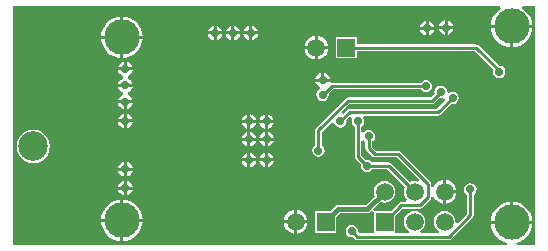
<source format=gbl>
G04 Layer_Physical_Order=2*
G04 Layer_Color=16711680*
%FSAX44Y44*%
%MOMM*%
G71*
G01*
G75*
%ADD18C,0.2540*%
%ADD19C,0.4000*%
%ADD21C,1.5000*%
%ADD22R,1.5000X1.5000*%
%ADD23C,3.0000*%
%ADD24C,2.5000*%
%ADD25C,0.7366*%
G36*
X00446115Y00003884D02*
X00430298D01*
X00430001Y00005885D01*
X00432745Y00006717D01*
X00435792Y00008346D01*
X00438463Y00010537D01*
X00440654Y00013208D01*
X00442283Y00016255D01*
X00443286Y00019562D01*
X00443500Y00021730D01*
X00408500D01*
X00408714Y00019562D01*
X00409717Y00016255D01*
X00411345Y00013208D01*
X00413537Y00010537D01*
X00416208Y00008346D01*
X00419255Y00006717D01*
X00421999Y00005885D01*
X00421702Y00003884D01*
X00003884D01*
Y00206115D01*
X00416570D01*
X00417071Y00204116D01*
X00416208Y00203654D01*
X00413537Y00201463D01*
X00411345Y00198792D01*
X00409717Y00195745D01*
X00408714Y00192439D01*
X00408500Y00190270D01*
X00443500D01*
X00443286Y00192439D01*
X00442283Y00195745D01*
X00440654Y00198792D01*
X00438463Y00201463D01*
X00435792Y00203654D01*
X00434930Y00204116D01*
X00435430Y00206115D01*
X00446115D01*
Y00003884D01*
D02*
G37*
%LPC*%
G36*
X00371770Y00194092D02*
Y00189270D01*
X00376592D01*
X00376362Y00190428D01*
X00374986Y00192487D01*
X00372928Y00193862D01*
X00371770Y00194092D01*
D02*
G37*
G36*
X00369230D02*
X00368072Y00193862D01*
X00366013Y00192487D01*
X00364638Y00190428D01*
X00364408Y00189270D01*
X00369230D01*
Y00194092D01*
D02*
G37*
G36*
X00355770Y00193592D02*
Y00188770D01*
X00360592D01*
X00360362Y00189928D01*
X00358987Y00191987D01*
X00356928Y00193362D01*
X00355770Y00193592D01*
D02*
G37*
G36*
X00353230D02*
X00352072Y00193362D01*
X00350013Y00191987D01*
X00348638Y00189928D01*
X00348408Y00188770D01*
X00353230D01*
Y00193592D01*
D02*
G37*
G36*
X00206270Y00189592D02*
Y00184770D01*
X00211092D01*
X00210862Y00185928D01*
X00209487Y00187987D01*
X00207428Y00189362D01*
X00206270Y00189592D01*
D02*
G37*
G36*
X00203730D02*
X00202572Y00189362D01*
X00200513Y00187987D01*
X00199138Y00185928D01*
X00198908Y00184770D01*
X00203730D01*
Y00189592D01*
D02*
G37*
G36*
X00191270D02*
Y00184770D01*
X00196092D01*
X00195862Y00185928D01*
X00194487Y00187987D01*
X00192428Y00189362D01*
X00191270Y00189592D01*
D02*
G37*
G36*
X00188730D02*
X00187572Y00189362D01*
X00185513Y00187987D01*
X00184138Y00185928D01*
X00183908Y00184770D01*
X00188730D01*
Y00189592D01*
D02*
G37*
G36*
X00176270D02*
Y00184770D01*
X00181092D01*
X00180862Y00185928D01*
X00179487Y00187987D01*
X00177428Y00189362D01*
X00176270Y00189592D01*
D02*
G37*
G36*
X00173730D02*
X00172572Y00189362D01*
X00170513Y00187987D01*
X00169138Y00185928D01*
X00168908Y00184770D01*
X00173730D01*
Y00189592D01*
D02*
G37*
G36*
X00376592Y00186730D02*
X00371770D01*
Y00181908D01*
X00372928Y00182138D01*
X00374986Y00183514D01*
X00376362Y00185572D01*
X00376592Y00186730D01*
D02*
G37*
G36*
X00369230D02*
X00364408D01*
X00364638Y00185572D01*
X00366013Y00183514D01*
X00368072Y00182138D01*
X00369230Y00181908D01*
Y00186730D01*
D02*
G37*
G36*
X00360592Y00186230D02*
X00355770D01*
Y00181408D01*
X00356928Y00181638D01*
X00358987Y00183013D01*
X00360362Y00185072D01*
X00360592Y00186230D01*
D02*
G37*
G36*
X00353230D02*
X00348408D01*
X00348638Y00185072D01*
X00350013Y00183013D01*
X00352072Y00181638D01*
X00353230Y00181408D01*
Y00186230D01*
D02*
G37*
G36*
X00097270Y00197340D02*
Y00181110D01*
X00113500D01*
X00113286Y00183278D01*
X00112283Y00186585D01*
X00110654Y00189632D01*
X00108463Y00192303D01*
X00105792Y00194494D01*
X00102745Y00196123D01*
X00099438Y00197126D01*
X00097270Y00197340D01*
D02*
G37*
G36*
X00094730D02*
X00092562Y00197126D01*
X00089255Y00196123D01*
X00086208Y00194494D01*
X00083537Y00192303D01*
X00081345Y00189632D01*
X00079717Y00186585D01*
X00078714Y00183278D01*
X00078500Y00181110D01*
X00094730D01*
Y00197340D01*
D02*
G37*
G36*
X00211092Y00182230D02*
X00206270D01*
Y00177408D01*
X00207428Y00177638D01*
X00209487Y00179014D01*
X00210862Y00181072D01*
X00211092Y00182230D01*
D02*
G37*
G36*
X00203730D02*
X00198908D01*
X00199138Y00181072D01*
X00200513Y00179014D01*
X00202572Y00177638D01*
X00203730Y00177408D01*
Y00182230D01*
D02*
G37*
G36*
X00196092D02*
X00191270D01*
Y00177408D01*
X00192428Y00177638D01*
X00194487Y00179014D01*
X00195862Y00181072D01*
X00196092Y00182230D01*
D02*
G37*
G36*
X00188730D02*
X00183908D01*
X00184138Y00181072D01*
X00185513Y00179014D01*
X00187572Y00177638D01*
X00188730Y00177408D01*
Y00182230D01*
D02*
G37*
G36*
X00181092D02*
X00176270D01*
Y00177408D01*
X00177428Y00177638D01*
X00179487Y00179014D01*
X00180862Y00181072D01*
X00181092Y00182230D01*
D02*
G37*
G36*
X00173730D02*
X00168908D01*
X00169138Y00181072D01*
X00170513Y00179014D01*
X00172572Y00177638D01*
X00173730Y00177408D01*
Y00182230D01*
D02*
G37*
G36*
X00261870Y00180959D02*
Y00172270D01*
X00270559D01*
X00270382Y00173621D01*
X00269370Y00176063D01*
X00267761Y00178161D01*
X00265663Y00179770D01*
X00263221Y00180782D01*
X00261870Y00180959D01*
D02*
G37*
G36*
X00259330D02*
X00257979Y00180782D01*
X00255537Y00179770D01*
X00253439Y00178161D01*
X00251830Y00176063D01*
X00250818Y00173621D01*
X00250641Y00172270D01*
X00259330D01*
Y00180959D01*
D02*
G37*
G36*
X00443500Y00187730D02*
X00427270D01*
Y00171500D01*
X00429439Y00171714D01*
X00432745Y00172717D01*
X00435792Y00174345D01*
X00438463Y00176537D01*
X00440654Y00179208D01*
X00442283Y00182255D01*
X00443286Y00185562D01*
X00443500Y00187730D01*
D02*
G37*
G36*
X00424730D02*
X00408500D01*
X00408714Y00185562D01*
X00409717Y00182255D01*
X00411345Y00179208D01*
X00413537Y00176537D01*
X00416208Y00174345D01*
X00419255Y00172717D01*
X00422562Y00171714D01*
X00424730Y00171500D01*
Y00187730D01*
D02*
G37*
G36*
X00113500Y00178570D02*
X00097270D01*
Y00162340D01*
X00099438Y00162554D01*
X00102745Y00163557D01*
X00105792Y00165185D01*
X00108463Y00167377D01*
X00110654Y00170048D01*
X00112283Y00173095D01*
X00113286Y00176402D01*
X00113500Y00178570D01*
D02*
G37*
G36*
X00094730D02*
X00078500D01*
X00078714Y00176402D01*
X00079717Y00173095D01*
X00081345Y00170048D01*
X00083537Y00167377D01*
X00086208Y00165185D01*
X00089255Y00163557D01*
X00092562Y00162554D01*
X00094730Y00162340D01*
Y00178570D01*
D02*
G37*
G36*
X00270559Y00169730D02*
X00261870D01*
Y00161041D01*
X00263221Y00161218D01*
X00265663Y00162230D01*
X00267761Y00163839D01*
X00269370Y00165937D01*
X00270382Y00168379D01*
X00270559Y00169730D01*
D02*
G37*
G36*
X00259330D02*
X00250641D01*
X00250818Y00168379D01*
X00251830Y00165937D01*
X00253439Y00163839D01*
X00255537Y00162230D01*
X00257979Y00161218D01*
X00259330Y00161041D01*
Y00169730D01*
D02*
G37*
G36*
X00100270Y00159092D02*
Y00154270D01*
X00105092D01*
X00104862Y00155428D01*
X00103486Y00157486D01*
X00101428Y00158862D01*
X00100270Y00159092D01*
D02*
G37*
G36*
X00097730D02*
X00096572Y00158862D01*
X00094514Y00157486D01*
X00093138Y00155428D01*
X00092908Y00154270D01*
X00097730D01*
Y00159092D01*
D02*
G37*
G36*
X00295024Y00180024D02*
X00276976D01*
Y00161976D01*
X00295024D01*
Y00168151D01*
X00394820D01*
X00410554Y00152417D01*
X00410168Y00150478D01*
X00410573Y00148446D01*
X00411723Y00146723D01*
X00413446Y00145573D01*
X00415477Y00145169D01*
X00417509Y00145573D01*
X00419231Y00146723D01*
X00420382Y00148446D01*
X00420787Y00150478D01*
X00420382Y00152509D01*
X00419231Y00154232D01*
X00417509Y00155382D01*
X00415477Y00155787D01*
X00415281Y00155747D01*
X00398014Y00173014D01*
X00397090Y00173632D01*
X00396000Y00173849D01*
X00396000Y00173849D01*
X00295024D01*
Y00180024D01*
D02*
G37*
G36*
X00267269Y00149592D02*
Y00144770D01*
X00272092D01*
X00271861Y00145928D01*
X00270486Y00147986D01*
X00268428Y00149362D01*
X00267269Y00149592D01*
D02*
G37*
G36*
X00264729D02*
X00263571Y00149362D01*
X00261513Y00147986D01*
X00260138Y00145928D01*
X00259907Y00144770D01*
X00264729D01*
Y00149592D01*
D02*
G37*
G36*
X00353500Y00143809D02*
X00351468Y00143405D01*
X00349746Y00142254D01*
X00349141Y00141349D01*
X00273956D01*
X00272905Y00142230D01*
X00259907D01*
X00260138Y00141072D01*
X00261513Y00139013D01*
X00263403Y00137750D01*
X00263526Y00137350D01*
X00263558Y00137057D01*
X00263524Y00135608D01*
X00262245Y00134754D01*
X00261094Y00133031D01*
X00260690Y00131000D01*
X00261094Y00128968D01*
X00262245Y00127246D01*
X00263968Y00126095D01*
X00265999Y00125691D01*
X00268031Y00126095D01*
X00269753Y00127246D01*
X00270904Y00128968D01*
X00271308Y00131000D01*
X00271096Y00132068D01*
X00274680Y00135651D01*
X00349141D01*
X00349746Y00134746D01*
X00351468Y00133595D01*
X00353500Y00133191D01*
X00355532Y00133595D01*
X00357254Y00134746D01*
X00358405Y00136468D01*
X00358809Y00138500D01*
X00358405Y00140532D01*
X00357254Y00142254D01*
X00355532Y00143405D01*
X00353500Y00143809D01*
D02*
G37*
G36*
X00105092Y00151730D02*
X00092908D01*
X00093138Y00150572D01*
X00094514Y00148513D01*
X00096572Y00147138D01*
X00097168Y00147020D01*
Y00144980D01*
X00096572Y00144862D01*
X00094514Y00143486D01*
X00093138Y00141428D01*
X00092908Y00140270D01*
X00105092D01*
X00104862Y00141428D01*
X00103486Y00143486D01*
X00101428Y00144862D01*
X00100833Y00144980D01*
Y00147020D01*
X00101428Y00147138D01*
X00103486Y00148513D01*
X00104862Y00150572D01*
X00105092Y00151730D01*
D02*
G37*
G36*
X00366000Y00138809D02*
X00363968Y00138405D01*
X00362246Y00137254D01*
X00361095Y00135532D01*
X00360691Y00133500D01*
X00360903Y00132432D01*
X00357320Y00128849D01*
X00287455D01*
X00287455Y00128849D01*
X00286364Y00128632D01*
X00285440Y00128014D01*
X00260431Y00103005D01*
X00259813Y00102080D01*
X00259596Y00100990D01*
X00259596Y00100990D01*
Y00088259D01*
X00258691Y00087654D01*
X00257540Y00085932D01*
X00257136Y00083900D01*
X00257540Y00081868D01*
X00258691Y00080146D01*
X00260413Y00078995D01*
X00262445Y00078591D01*
X00264477Y00078995D01*
X00266199Y00080146D01*
X00267350Y00081868D01*
X00267754Y00083900D01*
X00267350Y00085932D01*
X00266199Y00087654D01*
X00265294Y00088259D01*
Y00099810D01*
X00273762Y00108279D01*
X00275876Y00107565D01*
X00276094Y00106468D01*
X00277245Y00104746D01*
X00278968Y00103595D01*
X00280999Y00103191D01*
X00283031Y00103595D01*
X00284753Y00104746D01*
X00285904Y00106468D01*
X00286308Y00108500D01*
X00286096Y00109568D01*
X00288990Y00112462D01*
X00289883Y00112318D01*
X00290640Y00111203D01*
X00291011Y00110111D01*
X00290691Y00108500D01*
X00291095Y00106468D01*
X00292246Y00104746D01*
X00293151Y00104141D01*
Y00078500D01*
X00293151Y00078500D01*
X00293368Y00077410D01*
X00293986Y00076486D01*
X00298403Y00072068D01*
X00298191Y00071000D01*
X00298595Y00068968D01*
X00299746Y00067246D01*
X00301468Y00066095D01*
X00303500Y00065691D01*
X00305532Y00066095D01*
X00307254Y00067246D01*
X00307859Y00068151D01*
X00320620D01*
X00335813Y00052958D01*
X00335108Y00051256D01*
X00334798Y00048900D01*
X00335108Y00046544D01*
X00336017Y00044349D01*
X00337464Y00042464D01*
X00337497Y00042439D01*
X00336818Y00040439D01*
X00332590D01*
X00331500Y00040222D01*
X00330576Y00039604D01*
X00330575Y00039604D01*
X00323495Y00032524D01*
X00311386D01*
X00310034Y00032524D01*
X00309014Y00034333D01*
X00315186Y00040505D01*
X00316144Y00040108D01*
X00318500Y00039798D01*
X00320856Y00040108D01*
X00323051Y00041018D01*
X00324936Y00042464D01*
X00326382Y00044349D01*
X00327292Y00046544D01*
X00327602Y00048900D01*
X00327292Y00051256D01*
X00326382Y00053451D01*
X00324936Y00055336D01*
X00323051Y00056782D01*
X00320856Y00057692D01*
X00318500Y00058002D01*
X00316144Y00057692D01*
X00313949Y00056782D01*
X00312064Y00055336D01*
X00310618Y00053451D01*
X00309708Y00051256D01*
X00309398Y00048900D01*
X00309708Y00046544D01*
X00310105Y00045586D01*
X00302362Y00037843D01*
X00279250D01*
X00277875Y00037569D01*
X00276709Y00036791D01*
X00272443Y00032524D01*
X00259476D01*
Y00014476D01*
X00277524D01*
Y00027443D01*
X00280738Y00030657D01*
X00303850D01*
X00305225Y00030931D01*
X00306391Y00031709D01*
X00307667Y00032986D01*
X00309476Y00031966D01*
X00309476Y00030755D01*
Y00015849D01*
X00309476Y00014476D01*
X00307736Y00013849D01*
X00297492D01*
X00295983Y00015610D01*
X00295999Y00015690D01*
X00295595Y00017722D01*
X00294444Y00019444D01*
X00292722Y00020595D01*
X00290690Y00020999D01*
X00288658Y00020595D01*
X00286936Y00019444D01*
X00285785Y00017722D01*
X00285381Y00015690D01*
X00285785Y00013658D01*
X00286936Y00011936D01*
X00288658Y00010785D01*
X00290690Y00010381D01*
X00291758Y00010593D01*
X00293365Y00008986D01*
X00293366Y00008986D01*
X00294290Y00008368D01*
X00295380Y00008151D01*
X00295380Y00008151D01*
X00372795D01*
X00372795Y00008151D01*
X00373885Y00008368D01*
X00374809Y00008986D01*
X00393014Y00027191D01*
X00393014Y00027191D01*
X00393632Y00028115D01*
X00393849Y00029205D01*
X00393849Y00029205D01*
Y00046641D01*
X00394754Y00047246D01*
X00395905Y00048968D01*
X00396309Y00051000D01*
X00395905Y00053032D01*
X00394754Y00054754D01*
X00393032Y00055905D01*
X00391000Y00056309D01*
X00388968Y00055905D01*
X00387246Y00054754D01*
X00386095Y00053032D01*
X00385691Y00051000D01*
X00386095Y00048968D01*
X00387246Y00047246D01*
X00388151Y00046641D01*
Y00030385D01*
X00380291Y00022525D01*
X00378396Y00023459D01*
X00378402Y00023500D01*
X00378092Y00025856D01*
X00377182Y00028051D01*
X00375736Y00029936D01*
X00373851Y00031382D01*
X00371656Y00032292D01*
X00369300Y00032602D01*
X00366944Y00032292D01*
X00364749Y00031382D01*
X00362864Y00029936D01*
X00361418Y00028051D01*
X00360508Y00025856D01*
X00360198Y00023500D01*
X00360508Y00021144D01*
X00361418Y00018949D01*
X00362864Y00017064D01*
X00364448Y00015849D01*
X00364312Y00014702D01*
X00363905Y00013849D01*
X00349295D01*
X00348888Y00014702D01*
X00348752Y00015849D01*
X00350336Y00017064D01*
X00351782Y00018949D01*
X00352692Y00021144D01*
X00353002Y00023500D01*
X00352692Y00025856D01*
X00351782Y00028051D01*
X00350336Y00029936D01*
X00348451Y00031382D01*
X00346256Y00032292D01*
X00343900Y00032602D01*
X00341544Y00032292D01*
X00339349Y00031382D01*
X00337464Y00029936D01*
X00336017Y00028051D01*
X00335108Y00025856D01*
X00334798Y00023500D01*
X00335108Y00021144D01*
X00336017Y00018949D01*
X00337464Y00017064D01*
X00339048Y00015849D01*
X00338912Y00014702D01*
X00338505Y00013849D01*
X00329264D01*
X00327524Y00014476D01*
X00327524Y00015849D01*
Y00028495D01*
X00333770Y00034741D01*
X00348585D01*
X00348585Y00034741D01*
X00349675Y00034958D01*
X00350599Y00035576D01*
X00357224Y00042201D01*
X00357224Y00042201D01*
X00357842Y00043125D01*
X00358059Y00044215D01*
Y00044577D01*
X00360059Y00044975D01*
X00360530Y00043837D01*
X00362139Y00041739D01*
X00364237Y00040130D01*
X00366679Y00039118D01*
X00368030Y00038941D01*
Y00048900D01*
Y00058859D01*
X00366679Y00058682D01*
X00364237Y00057670D01*
X00362139Y00056061D01*
X00360530Y00053963D01*
X00360059Y00052825D01*
X00358059Y00053223D01*
Y00055790D01*
X00357842Y00056880D01*
X00357224Y00057804D01*
X00357224Y00057804D01*
X00332014Y00083014D01*
X00331090Y00083632D01*
X00330000Y00083849D01*
X00330000Y00083849D01*
X00311180D01*
X00307849Y00087180D01*
Y00091641D01*
X00308754Y00092246D01*
X00309905Y00093968D01*
X00310309Y00096000D01*
X00309905Y00098032D01*
X00308754Y00099754D01*
X00307032Y00100905D01*
X00305000Y00101309D01*
X00302968Y00100905D01*
X00301246Y00099754D01*
X00300849Y00099159D01*
X00298849Y00099766D01*
Y00104141D01*
X00299754Y00104746D01*
X00300905Y00106468D01*
X00301309Y00108500D01*
X00300905Y00110532D01*
X00300284Y00111461D01*
X00301273Y00113461D01*
X00363810D01*
X00363810Y00113461D01*
X00364900Y00113678D01*
X00365824Y00114296D01*
X00374932Y00123403D01*
X00376000Y00123191D01*
X00378032Y00123595D01*
X00379754Y00124746D01*
X00380905Y00126468D01*
X00381309Y00128500D01*
X00380905Y00130532D01*
X00379754Y00132254D01*
X00378032Y00133405D01*
X00376000Y00133809D01*
X00373968Y00133405D01*
X00373231Y00132913D01*
X00372533Y00133126D01*
X00371215Y00133971D01*
X00370905Y00135532D01*
X00369754Y00137254D01*
X00368032Y00138405D01*
X00366000Y00138809D01*
D02*
G37*
G36*
X00105092Y00137730D02*
X00092908D01*
X00093138Y00136572D01*
X00094514Y00134514D01*
X00096572Y00133138D01*
X00097168Y00133020D01*
Y00130980D01*
X00096572Y00130862D01*
X00094514Y00129487D01*
X00093138Y00127428D01*
X00092908Y00126270D01*
X00105092D01*
X00104862Y00127428D01*
X00103486Y00129487D01*
X00101428Y00130862D01*
X00100833Y00130980D01*
Y00133020D01*
X00101428Y00133138D01*
X00103486Y00134514D01*
X00104862Y00136572D01*
X00105092Y00137730D01*
D02*
G37*
G36*
Y00123730D02*
X00100270D01*
Y00118908D01*
X00101428Y00119138D01*
X00103486Y00120513D01*
X00104862Y00122572D01*
X00105092Y00123730D01*
D02*
G37*
G36*
X00097730D02*
X00092908D01*
X00093138Y00122572D01*
X00094514Y00120513D01*
X00096572Y00119138D01*
X00097730Y00118908D01*
Y00123730D01*
D02*
G37*
G36*
X00100270Y00115092D02*
Y00110270D01*
X00105092D01*
X00104862Y00111428D01*
X00103486Y00113486D01*
X00101428Y00114862D01*
X00100270Y00115092D01*
D02*
G37*
G36*
X00097730D02*
X00096572Y00114862D01*
X00094514Y00113486D01*
X00093138Y00111428D01*
X00092908Y00110270D01*
X00097730D01*
Y00115092D01*
D02*
G37*
G36*
X00219770Y00114592D02*
Y00109770D01*
X00224592D01*
X00224362Y00110928D01*
X00222987Y00112986D01*
X00220928Y00114362D01*
X00219770Y00114592D01*
D02*
G37*
G36*
X00217230D02*
X00216072Y00114362D01*
X00214013Y00112986D01*
X00212638Y00110928D01*
X00212408Y00109770D01*
X00217230D01*
Y00114592D01*
D02*
G37*
G36*
X00204770D02*
Y00109770D01*
X00209592D01*
X00209362Y00110928D01*
X00207987Y00112986D01*
X00205928Y00114362D01*
X00204770Y00114592D01*
D02*
G37*
G36*
X00202230D02*
X00201072Y00114362D01*
X00199013Y00112986D01*
X00197638Y00110928D01*
X00197408Y00109770D01*
X00202230D01*
Y00114592D01*
D02*
G37*
G36*
X00105092Y00107730D02*
X00100270D01*
Y00102908D01*
X00101428Y00103138D01*
X00103486Y00104514D01*
X00104862Y00106572D01*
X00105092Y00107730D01*
D02*
G37*
G36*
X00097730D02*
X00092908D01*
X00093138Y00106572D01*
X00094514Y00104514D01*
X00096572Y00103138D01*
X00097730Y00102908D01*
Y00107730D01*
D02*
G37*
G36*
X00224592Y00107230D02*
X00219770D01*
Y00102408D01*
X00220928Y00102638D01*
X00222987Y00104014D01*
X00224362Y00106072D01*
X00224592Y00107230D01*
D02*
G37*
G36*
X00217230D02*
X00212408D01*
X00212638Y00106072D01*
X00214013Y00104014D01*
X00216072Y00102638D01*
X00217230Y00102408D01*
Y00107230D01*
D02*
G37*
G36*
X00209592D02*
X00204770D01*
Y00102408D01*
X00205928Y00102638D01*
X00207987Y00104014D01*
X00209362Y00106072D01*
X00209592Y00107230D01*
D02*
G37*
G36*
X00202230D02*
X00197408D01*
X00197638Y00106072D01*
X00199013Y00104014D01*
X00201072Y00102638D01*
X00202230Y00102408D01*
Y00107230D01*
D02*
G37*
G36*
X00219770Y00099592D02*
Y00094770D01*
X00224592D01*
X00224362Y00095928D01*
X00222987Y00097986D01*
X00220928Y00099362D01*
X00219770Y00099592D01*
D02*
G37*
G36*
X00217230D02*
X00216072Y00099362D01*
X00214013Y00097986D01*
X00212638Y00095928D01*
X00212408Y00094770D01*
X00217230D01*
Y00099592D01*
D02*
G37*
G36*
X00204770D02*
Y00094770D01*
X00209592D01*
X00209362Y00095928D01*
X00207987Y00097986D01*
X00205928Y00099362D01*
X00204770Y00099592D01*
D02*
G37*
G36*
X00202230D02*
X00201072Y00099362D01*
X00199013Y00097986D01*
X00197638Y00095928D01*
X00197408Y00094770D01*
X00202230D01*
Y00099592D01*
D02*
G37*
G36*
X00224592Y00092230D02*
X00219770D01*
Y00087408D01*
X00220928Y00087638D01*
X00222987Y00089014D01*
X00224362Y00091072D01*
X00224592Y00092230D01*
D02*
G37*
G36*
X00217230D02*
X00212408D01*
X00212638Y00091072D01*
X00214013Y00089014D01*
X00216072Y00087638D01*
X00217230Y00087408D01*
Y00092230D01*
D02*
G37*
G36*
X00209592D02*
X00204770D01*
Y00087408D01*
X00205928Y00087638D01*
X00207987Y00089014D01*
X00209362Y00091072D01*
X00209592Y00092230D01*
D02*
G37*
G36*
X00202230D02*
X00197408D01*
X00197638Y00091072D01*
X00199013Y00089014D01*
X00201072Y00087638D01*
X00202230Y00087408D01*
Y00092230D01*
D02*
G37*
G36*
X00219770Y00082092D02*
Y00077270D01*
X00224592D01*
X00224362Y00078428D01*
X00222987Y00080486D01*
X00220928Y00081862D01*
X00219770Y00082092D01*
D02*
G37*
G36*
X00217230D02*
X00216072Y00081862D01*
X00214013Y00080486D01*
X00212638Y00078428D01*
X00212408Y00077270D01*
X00217230D01*
Y00082092D01*
D02*
G37*
G36*
X00204770D02*
Y00077270D01*
X00209592D01*
X00209362Y00078428D01*
X00207987Y00080486D01*
X00205928Y00081862D01*
X00204770Y00082092D01*
D02*
G37*
G36*
X00202230D02*
X00201072Y00081862D01*
X00199013Y00080486D01*
X00197638Y00078428D01*
X00197408Y00077270D01*
X00202230D01*
Y00082092D01*
D02*
G37*
G36*
X00021000Y00101485D02*
X00017339Y00101003D01*
X00013927Y00099590D01*
X00010998Y00097342D01*
X00008750Y00094412D01*
X00007337Y00091001D01*
X00006855Y00087340D01*
X00007337Y00083679D01*
X00008750Y00080267D01*
X00010998Y00077338D01*
X00013927Y00075090D01*
X00017339Y00073677D01*
X00021000Y00073195D01*
X00024661Y00073677D01*
X00028072Y00075090D01*
X00031002Y00077338D01*
X00033250Y00080267D01*
X00034663Y00083679D01*
X00035145Y00087340D01*
X00034663Y00091001D01*
X00033250Y00094412D01*
X00031002Y00097342D01*
X00028072Y00099590D01*
X00024661Y00101003D01*
X00021000Y00101485D01*
D02*
G37*
G36*
X00224592Y00074730D02*
X00219770D01*
Y00069908D01*
X00220928Y00070138D01*
X00222987Y00071514D01*
X00224362Y00073572D01*
X00224592Y00074730D01*
D02*
G37*
G36*
X00217230D02*
X00212408D01*
X00212638Y00073572D01*
X00214013Y00071514D01*
X00216072Y00070138D01*
X00217230Y00069908D01*
Y00074730D01*
D02*
G37*
G36*
X00209592D02*
X00204770D01*
Y00069908D01*
X00205928Y00070138D01*
X00207987Y00071514D01*
X00209362Y00073572D01*
X00209592Y00074730D01*
D02*
G37*
G36*
X00202230D02*
X00197408D01*
X00197638Y00073572D01*
X00199013Y00071514D01*
X00201072Y00070138D01*
X00202230Y00069908D01*
Y00074730D01*
D02*
G37*
G36*
X00100270Y00074092D02*
Y00069270D01*
X00105092D01*
X00104862Y00070428D01*
X00103486Y00072487D01*
X00101428Y00073862D01*
X00100270Y00074092D01*
D02*
G37*
G36*
X00097730D02*
X00096572Y00073862D01*
X00094514Y00072487D01*
X00093138Y00070428D01*
X00092908Y00069270D01*
X00097730D01*
Y00074092D01*
D02*
G37*
G36*
X00105092Y00066730D02*
X00100270D01*
Y00061908D01*
X00101428Y00062138D01*
X00103486Y00063513D01*
X00104862Y00065572D01*
X00105092Y00066730D01*
D02*
G37*
G36*
X00097730D02*
X00092908D01*
X00093138Y00065572D01*
X00094514Y00063513D01*
X00096572Y00062138D01*
X00097730Y00061908D01*
Y00066730D01*
D02*
G37*
G36*
X00100270Y00058092D02*
Y00053270D01*
X00105092D01*
X00104862Y00054428D01*
X00103486Y00056487D01*
X00101428Y00057862D01*
X00100270Y00058092D01*
D02*
G37*
G36*
X00097730D02*
X00096572Y00057862D01*
X00094514Y00056487D01*
X00093138Y00054428D01*
X00092908Y00053270D01*
X00097730D01*
Y00058092D01*
D02*
G37*
G36*
X00370570Y00058859D02*
Y00050170D01*
X00379259D01*
X00379081Y00051521D01*
X00378070Y00053963D01*
X00376461Y00056061D01*
X00374363Y00057670D01*
X00371921Y00058682D01*
X00370570Y00058859D01*
D02*
G37*
G36*
X00105092Y00050730D02*
X00100270D01*
Y00045908D01*
X00101428Y00046138D01*
X00103486Y00047513D01*
X00104862Y00049572D01*
X00105092Y00050730D01*
D02*
G37*
G36*
X00097730D02*
X00092908D01*
X00093138Y00049572D01*
X00094514Y00047513D01*
X00096572Y00046138D01*
X00097730Y00045908D01*
Y00050730D01*
D02*
G37*
G36*
X00379259Y00047630D02*
X00370570D01*
Y00038941D01*
X00371921Y00039118D01*
X00374363Y00040130D01*
X00376461Y00041739D01*
X00378070Y00043837D01*
X00379081Y00046279D01*
X00379259Y00047630D01*
D02*
G37*
G36*
X00097270Y00042340D02*
Y00026110D01*
X00113500D01*
X00113286Y00028278D01*
X00112283Y00031585D01*
X00110654Y00034632D01*
X00108463Y00037303D01*
X00105792Y00039495D01*
X00102745Y00041123D01*
X00099438Y00042126D01*
X00097270Y00042340D01*
D02*
G37*
G36*
X00094730D02*
X00092562Y00042126D01*
X00089255Y00041123D01*
X00086208Y00039495D01*
X00083537Y00037303D01*
X00081345Y00034632D01*
X00079717Y00031585D01*
X00078714Y00028278D01*
X00078500Y00026110D01*
X00094730D01*
Y00042340D01*
D02*
G37*
G36*
X00244370Y00033459D02*
Y00024770D01*
X00253059D01*
X00252882Y00026121D01*
X00251870Y00028563D01*
X00250261Y00030661D01*
X00248163Y00032270D01*
X00245721Y00033282D01*
X00244370Y00033459D01*
D02*
G37*
G36*
X00241830D02*
X00240479Y00033282D01*
X00238037Y00032270D01*
X00235939Y00030661D01*
X00234330Y00028563D01*
X00233318Y00026121D01*
X00233141Y00024770D01*
X00241830D01*
Y00033459D01*
D02*
G37*
G36*
X00427270Y00040500D02*
Y00024270D01*
X00443500D01*
X00443286Y00026439D01*
X00442283Y00029745D01*
X00440654Y00032792D01*
X00438463Y00035463D01*
X00435792Y00037655D01*
X00432745Y00039283D01*
X00429439Y00040286D01*
X00427270Y00040500D01*
D02*
G37*
G36*
X00424730D02*
X00422562Y00040286D01*
X00419255Y00039283D01*
X00416208Y00037655D01*
X00413537Y00035463D01*
X00411345Y00032792D01*
X00409717Y00029745D01*
X00408714Y00026439D01*
X00408500Y00024270D01*
X00424730D01*
Y00040500D01*
D02*
G37*
G36*
X00253059Y00022230D02*
X00244370D01*
Y00013541D01*
X00245721Y00013718D01*
X00248163Y00014730D01*
X00250261Y00016339D01*
X00251870Y00018437D01*
X00252882Y00020879D01*
X00253059Y00022230D01*
D02*
G37*
G36*
X00241830D02*
X00233141D01*
X00233318Y00020879D01*
X00234330Y00018437D01*
X00235939Y00016339D01*
X00238037Y00014730D01*
X00240479Y00013718D01*
X00241830Y00013541D01*
Y00022230D01*
D02*
G37*
G36*
X00113500Y00023570D02*
X00097270D01*
Y00007340D01*
X00099438Y00007554D01*
X00102745Y00008557D01*
X00105792Y00010186D01*
X00108463Y00012377D01*
X00110654Y00015048D01*
X00112283Y00018095D01*
X00113286Y00021402D01*
X00113500Y00023570D01*
D02*
G37*
G36*
X00094730D02*
X00078500D01*
X00078714Y00021402D01*
X00079717Y00018095D01*
X00081345Y00015048D01*
X00083537Y00012377D01*
X00086208Y00010186D01*
X00089255Y00008557D01*
X00092562Y00007554D01*
X00094730Y00007340D01*
Y00023570D01*
D02*
G37*
%LPD*%
G36*
X00369158Y00127710D02*
X00369686Y00127295D01*
X00369800Y00126329D01*
X00362630Y00119159D01*
X00288810D01*
X00288810Y00119159D01*
X00287719Y00118942D01*
X00286795Y00118324D01*
X00286795Y00118324D01*
X00283552Y00115082D01*
X00283424Y00115112D01*
X00282796Y00117313D01*
X00288635Y00123151D01*
X00358500D01*
X00358500Y00123151D01*
X00359590Y00123368D01*
X00360514Y00123986D01*
X00364932Y00128403D01*
X00366000Y00128191D01*
X00367530Y00128495D01*
X00369158Y00127710D01*
D02*
G37*
G36*
X00301227Y00092274D02*
X00301246Y00092246D01*
X00301333Y00092188D01*
X00302151Y00091519D01*
Y00086000D01*
X00302151Y00086000D01*
X00302368Y00084910D01*
X00302986Y00083986D01*
X00307986Y00078986D01*
X00307986Y00078986D01*
X00308910Y00078368D01*
X00310000Y00078151D01*
X00328820D01*
X00347722Y00059249D01*
X00346589Y00057554D01*
X00346256Y00057692D01*
X00343900Y00058002D01*
X00341544Y00057692D01*
X00339842Y00056987D01*
X00323814Y00073014D01*
X00322890Y00073632D01*
X00321800Y00073849D01*
X00321800Y00073849D01*
X00307859D01*
X00307254Y00074754D01*
X00305532Y00075905D01*
X00303500Y00076309D01*
X00302432Y00076097D01*
X00298849Y00079680D01*
Y00092162D01*
X00300630Y00092762D01*
X00301227Y00092274D01*
D02*
G37*
D18*
X00372795Y00011000D02*
X00391000Y00029205D01*
X00295380Y00011000D02*
X00372795D01*
X00290690Y00015690D02*
X00295380Y00011000D01*
X00305000Y00086000D02*
Y00096000D01*
Y00086000D02*
X00310000Y00081000D01*
X00330000D01*
X00355210Y00055790D01*
Y00044215D02*
Y00055790D01*
X00348585Y00037590D02*
X00355210Y00044215D01*
X00332590Y00037590D02*
X00348585D01*
X00318500Y00023500D02*
X00332590Y00037590D01*
X00391000Y00029205D02*
Y00051000D01*
X00358500Y00126000D02*
X00366000Y00133500D01*
X00287455Y00126000D02*
X00358500D01*
X00262445Y00100990D02*
X00287455Y00126000D01*
X00262445Y00083900D02*
Y00100990D01*
X00396000Y00171000D02*
X00416000Y00151000D01*
X00286000Y00171000D02*
X00396000D01*
X00415477Y00150478D02*
X00416000Y00151000D01*
X00273500Y00138500D02*
X00353500D01*
X00265999Y00131000D02*
X00273500Y00138500D01*
X00363810Y00116310D02*
X00376000Y00128500D01*
X00288810Y00116310D02*
X00363810D01*
X00280999Y00108500D02*
X00288810Y00116310D01*
X00303500Y00071000D02*
X00321800D01*
X00343900Y00048900D01*
X00296000Y00078500D02*
Y00108500D01*
Y00078500D02*
X00303500Y00071000D01*
X00263100Y00083900D02*
X00263500Y00083500D01*
X00262445Y00083900D02*
X00263100D01*
D19*
X00303850Y00034250D02*
X00318500Y00048900D01*
X00279250Y00034250D02*
X00303850D01*
X00268500Y00023500D02*
X00279250Y00034250D01*
D21*
X00369300Y00048900D02*
D03*
Y00023500D02*
D03*
X00343900Y00048900D02*
D03*
Y00023500D02*
D03*
X00318500Y00048900D02*
D03*
X00243100Y00023500D02*
D03*
X00260600Y00171000D02*
D03*
D22*
X00318500Y00023500D02*
D03*
X00268500D02*
D03*
X00286000Y00171000D02*
D03*
D23*
X00426000Y00023000D02*
D03*
Y00189000D02*
D03*
X00096000Y00179840D02*
D03*
Y00024840D02*
D03*
D24*
X00021000Y00087340D02*
D03*
D25*
X00099000Y00052000D02*
D03*
Y00068000D02*
D03*
Y00109000D02*
D03*
Y00125000D02*
D03*
Y00139000D02*
D03*
Y00153000D02*
D03*
X00205000Y00183500D02*
D03*
X00190000D02*
D03*
X00175000D02*
D03*
X00305000Y00096000D02*
D03*
X00391000Y00051000D02*
D03*
X00290690Y00015690D02*
D03*
X00366000Y00133500D02*
D03*
X00415477Y00150478D02*
D03*
X00353500Y00138500D02*
D03*
X00265999Y00131000D02*
D03*
X00376000Y00128500D02*
D03*
X00280999Y00108500D02*
D03*
X00370500Y00188000D02*
D03*
X00354500Y00187500D02*
D03*
X00265999Y00143500D02*
D03*
X00296000Y00108500D02*
D03*
X00303500Y00071000D02*
D03*
X00262445Y00083900D02*
D03*
X00218500Y00076000D02*
D03*
X00203500D02*
D03*
Y00093500D02*
D03*
X00218500D02*
D03*
Y00108500D02*
D03*
X00203500D02*
D03*
M02*

</source>
